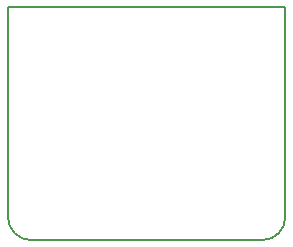
<source format=gm1>
G04 #@! TF.FileFunction,Profile,NP*
%FSLAX46Y46*%
G04 Gerber Fmt 4.6, Leading zero omitted, Abs format (unit mm)*
G04 Created by KiCad (PCBNEW 4.0.5) date 11/08/17 13:58:34*
%MOMM*%
%LPD*%
G01*
G04 APERTURE LIST*
%ADD10C,0.100000*%
%ADD11C,0.150000*%
G04 APERTURE END LIST*
D10*
D11*
X173500000Y-57250000D02*
X173500000Y-39500000D01*
X197000000Y-39500000D02*
X197000000Y-57250000D01*
X173500000Y-39500000D02*
X197000000Y-39500000D01*
X195000000Y-59250000D02*
X175500000Y-59250000D01*
X195000000Y-59250000D02*
G75*
G03X197000000Y-57250000I0J2000000D01*
G01*
X173500000Y-57250000D02*
G75*
G03X175500000Y-59250000I2000000J0D01*
G01*
M02*

</source>
